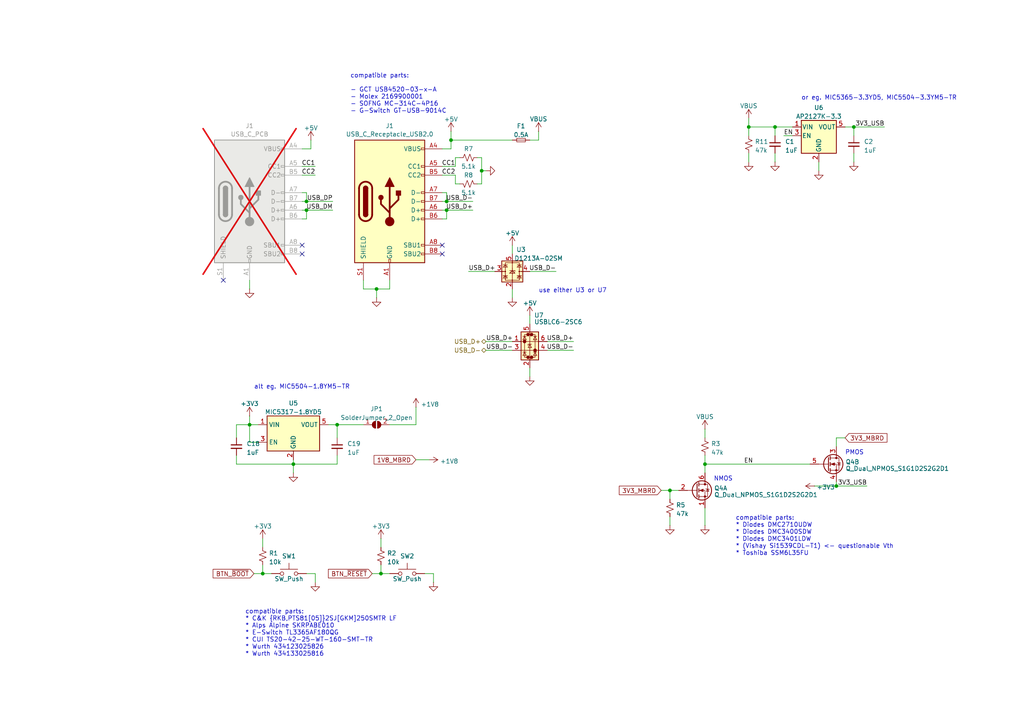
<source format=kicad_sch>
(kicad_sch (version 20231120) (generator "eeschema") (generator_version "8.0")
  (paper "A4")
  (lib_symbols
    (symbol "Connector:USB_C_Receptacle_USB2.0_16P" (pin_names (offset 1.016))
      (property "Reference" "J" (at 0 22.225 0))
      (property "Value" "USB_C_Receptacle_USB2.0_16P" (at 0 19.685 0))
      (symbol "USB_C_Receptacle_USB2.0_16P_0_0"
        (rectangle (start -0.254 -17.78) (end 0.254 -16.764))
        (rectangle (start 10.16 -14.986) (end 9.144 -15.494))
        (rectangle (start 10.16 -12.446) (end 9.144 -12.954))
        (rectangle (start 10.16 -4.826) (end 9.144 -5.334))
        (rectangle (start 10.16 -2.286) (end 9.144 -2.794))
        (rectangle (start 10.16 0.254) (end 9.144 -0.254))
        (rectangle (start 10.16 2.794) (end 9.144 2.286))
        (rectangle (start 10.16 7.874) (end 9.144 7.366))
        (rectangle (start 10.16 10.414) (end 9.144 9.906))
        (rectangle (start 10.16 15.494) (end 9.144 14.986))
      )
      (symbol "USB_C_Receptacle_USB2.0_16P_0_1"
        (rectangle (start -10.16 17.78) (end 10.16 -17.78) (stroke (width 0.254)) (fill (type background)))
        (arc (start -8.89 -3.81) (mid -6.985 -5.7067) (end -5.08 -3.81) (stroke (width 0.508)))
        (arc (start -7.62 -3.81) (mid -6.985 -4.4423) (end -6.35 -3.81) (stroke (width 0.254)))
        (arc (start -7.62 -3.81) (mid -6.985 -4.4423) (end -6.35 -3.81) (stroke (width 0.254)) (fill (type outline)))
        (rectangle (start -7.62 -3.81) (end -6.35 3.81) (stroke (width 0.254)) (fill (type outline)))
        (arc (start -6.35 3.81) (mid -6.985 4.4423) (end -7.62 3.81) (stroke (width 0.254)))
        (arc (start -6.35 3.81) (mid -6.985 4.4423) (end -7.62 3.81) (stroke (width 0.254)) (fill (type outline)))
        (arc (start -5.08 3.81) (mid -6.985 5.7067) (end -8.89 3.81) (stroke (width 0.508)))
        (circle (center -2.54 1.143) (radius 0.635) (stroke (width 0.254)) (fill (type outline)))
        (circle (center 0 -5.842) (radius 1.27) (fill (type outline)))
        (polyline (pts (xy -8.89 -3.81) (xy -8.89 3.81)) (stroke (width 0.508)))
        (polyline (pts (xy -5.08 3.81) (xy -5.08 -3.81)) (stroke (width 0.508)))
        (polyline (pts (xy 0 -5.842) (xy 0 4.318)) (stroke (width 0.508)))
        (polyline (pts (xy 0 -3.302) (xy -2.54 -0.762) (xy -2.54 0.508)) (stroke (width 0.508)))
        (polyline (pts (xy 0 -2.032) (xy 2.54 0.508) (xy 2.54 1.778)) (stroke (width 0.508)))
        (polyline (pts (xy -1.27 4.318) (xy 0 6.858) (xy 1.27 4.318) (xy -1.27 4.318)) (stroke (width 0.254)) (fill (type outline)))
        (rectangle (start 1.905 1.778) (end 3.175 3.048) (stroke (width 0.254)) (fill (type outline)))
      )
      (symbol "USB_C_Receptacle_USB2.0_16P_1_1"
        (pin passive line (at 0 -22.86 90) (length 5.08) (name "GND") (number "A1"))
        (pin passive line (at 0 -22.86 90) (length 5.08) hide (name "GND") (number "A12"))
        (pin passive line (at 15.24 15.24 180) (length 5.08) (name "VBUS") (number "A4"))
        (pin bidirectional line (at 15.24 10.16 180) (length 5.08) (name "CC1") (number "A5"))
        (pin bidirectional line (at 15.24 -2.54 180) (length 5.08) (name "D+") (number "A6"))
        (pin bidirectional line (at 15.24 2.54 180) (length 5.08) (name "D-") (number "A7"))
        (pin bidirectional line (at 15.24 -12.7 180) (length 5.08) (name "SBU1") (number "A8"))
        (pin passive line (at 15.24 15.24 180) (length 5.08) hide (name "VBUS") (number "A9"))
        (pin passive line (at 0 -22.86 90) (length 5.08) hide (name "GND") (number "B1"))
        (pin passive line (at 0 -22.86 90) (length 5.08) hide (name "GND") (number "B12"))
        (pin passive line (at 15.24 15.24 180) (length 5.08) hide (name "VBUS") (number "B4"))
        (pin bidirectional line (at 15.24 7.62 180) (length 5.08) (name "CC2") (number "B5"))
        (pin bidirectional line (at 15.24 -5.08 180) (length 5.08) (name "D+") (number "B6"))
        (pin bidirectional line (at 15.24 0 180) (length 5.08) (name "D-") (number "B7"))
        (pin bidirectional line (at 15.24 -15.24 180) (length 5.08) (name "SBU2") (number "B8"))
        (pin passive line (at 15.24 15.24 180) (length 5.08) hide (name "VBUS") (number "B9"))
        (pin passive line (at -7.62 -22.86 90) (length 5.08) (name "SHIELD") (number "S1"))
      )
    )
    (symbol "Device:C_Small" (pin_numbers hide) (pin_names (offset 0.254) hide)
      (property "Reference" "C" (at 0.254 1.778 0))
      (property "Value" "C_Small" (at 0.254 -2.032 0))
      (symbol "C_Small_0_1"
        (polyline (pts (xy -1.524 -0.508) (xy 1.524 -0.508)) (stroke (width 0.3302)))
        (polyline (pts (xy -1.524 0.508) (xy 1.524 0.508)) (stroke (width 0.3048)))
      )
      (symbol "C_Small_1_1"
        (pin passive line (at 0 2.54 270) (length 2.032) (name "~") (number "1"))
        (pin passive line (at 0 -2.54 90) (length 2.032) (name "~") (number "2"))
      )
    )
    (symbol "Device:Fuse_Small" (pin_numbers hide) (pin_names (offset 0.254) hide)
      (property "Reference" "F" (at 0 -1.524 0))
      (property "Value" "Fuse_Small" (at 0 1.524 0))
      (symbol "Fuse_Small_0_1"
        (rectangle (start -1.27 0.508) (end 1.27 -0.508))
        (polyline (pts (xy -1.27 0) (xy 1.27 0)))
      )
      (symbol "Fuse_Small_1_1"
        (pin passive line (at -2.54 0 0) (length 1.27) (name "~") (number "1"))
        (pin passive line (at 2.54 0 180) (length 1.27) (name "~") (number "2"))
      )
    )
    (symbol "Device:Q_Dual_NMOS_S1G1D2S2G2D1" (pin_names (offset 0) hide)
      (property "Reference" "Q" (at 6.35 1.27 0))
      (property "Value" "Q_Dual_NMOS_S1G1D2S2G2D1" (at 19.05 -1.27 0))
      (symbol "Q_Dual_NMOS_S1G1D2S2G2D1_0_1"
        (polyline (pts (xy 0.254 0) (xy -2.54 0)))
        (polyline (pts (xy 0.254 1.905) (xy 0.254 -1.905)) (stroke (width 0.254)))
        (polyline (pts (xy 0.762 -1.27) (xy 0.762 -2.286)) (stroke (width 0.254)))
        (polyline (pts (xy 0.762 0.508) (xy 0.762 -0.508)) (stroke (width 0.254)))
        (polyline (pts (xy 0.762 2.286) (xy 0.762 1.27)) (stroke (width 0.254)))
        (polyline (pts (xy 2.54 2.54) (xy 2.54 1.778)))
        (polyline (pts (xy 2.54 -2.54) (xy 2.54 0) (xy 0.762 0)))
        (polyline (pts (xy 0.762 -1.778) (xy 3.302 -1.778) (xy 3.302 1.778) (xy 0.762 1.778)))
        (polyline (pts (xy 1.016 0) (xy 2.032 0.381) (xy 2.032 -0.381) (xy 1.016 0)) (fill (type outline)))
        (polyline (pts (xy 2.794 0.508) (xy 2.921 0.381) (xy 3.683 0.381) (xy 3.81 0.254)))
        (polyline (pts (xy 3.302 0.381) (xy 2.921 -0.254) (xy 3.683 -0.254) (xy 3.302 0.381)))
        (circle (center 1.651 0) (radius 2.794) (stroke (width 0.254)))
        (circle (center 2.54 -1.778) (radius 0.254) (fill (type outline)))
        (circle (center 2.54 1.778) (radius 0.254) (fill (type outline)))
      )
      (symbol "Q_Dual_NMOS_S1G1D2S2G2D1_1_1"
        (pin passive line (at 2.54 -5.08 90) (length 2.54) (name "S") (number "1"))
        (pin input line (at -5.08 0 0) (length 2.54) (name "G") (number "2"))
        (pin passive line (at 2.54 5.08 270) (length 2.54) (name "D") (number "6"))
      )
      (symbol "Q_Dual_NMOS_S1G1D2S2G2D1_2_1"
        (pin passive line (at 2.54 5.08 270) (length 2.54) (name "D") (number "3"))
        (pin passive line (at 2.54 -5.08 90) (length 2.54) (name "S") (number "4"))
        (pin input line (at -5.08 0 0) (length 2.54) (name "G") (number "5"))
      )
    )
    (symbol "Device:R_Small_US" (pin_numbers hide) (pin_names (offset 0.254) hide)
      (property "Reference" "R" (at 0.762 0.508 0))
      (property "Value" "R_Small_US" (at 0.762 -1.016 0))
      (symbol "R_Small_US_1_1"
        (polyline (pts (xy 0 0) (xy 1.016 -0.381) (xy 0 -0.762) (xy -1.016 -1.143) (xy 0 -1.524)))
        (polyline (pts (xy 0 1.524) (xy 1.016 1.143) (xy 0 0.762) (xy -1.016 0.381) (xy 0 0)))
        (pin passive line (at 0 2.54 270) (length 1.016) (name "~") (number "1"))
        (pin passive line (at 0 -2.54 90) (length 1.016) (name "~") (number "2"))
      )
    )
    (symbol "Jumper:SolderJumper_2_Open" (pin_names (offset 0) hide)
      (property "Reference" "JP" (at 0 2.032 0))
      (property "Value" "SolderJumper_2_Open" (at 0 -2.54 0))
      (symbol "SolderJumper_2_Open_0_1"
        (arc (start -0.254 1.016) (mid -1.2656 0) (end -0.254 -1.016))
        (arc (start -0.254 1.016) (mid -1.2656 0) (end -0.254 -1.016) (fill (type outline)))
        (polyline (pts (xy -0.254 1.016) (xy -0.254 -1.016)))
        (polyline (pts (xy 0.254 1.016) (xy 0.254 -1.016)))
        (arc (start 0.254 -1.016) (mid 1.2656 0) (end 0.254 1.016))
        (arc (start 0.254 -1.016) (mid 1.2656 0) (end 0.254 1.016) (fill (type outline)))
      )
      (symbol "SolderJumper_2_Open_1_1"
        (pin passive line (at -3.81 0 0) (length 2.54) (name "A") (number "1"))
        (pin passive line (at 3.81 0 180) (length 2.54) (name "B") (number "2"))
      )
    )
    (symbol "Power_Protection:USBLC6-2SC6" (pin_names hide)
      (property "Reference" "U" (at 0.635 5.715 0))
      (property "Value" "USBLC6-2SC6" (at 0.635 3.81 0))
      (symbol "USBLC6-2SC6_0_0"
        (circle (center -1.524 0) (radius 0.0001) (stroke (width 0.508)))
        (circle (center -0.508 -4.572) (radius 0.0001) (stroke (width 0.508)))
        (circle (center -0.508 2.032) (radius 0.0001) (stroke (width 0.508)))
        (circle (center 0.508 -4.572) (radius 0.0001) (stroke (width 0.508)))
        (circle (center 0.508 2.032) (radius 0.0001) (stroke (width 0.508)))
        (circle (center 1.524 -2.54) (radius 0.0001) (stroke (width 0.508)))
      )
      (symbol "USBLC6-2SC6_0_1"
        (polyline (pts (xy -2.54 -2.54) (xy 2.54 -2.54)))
        (polyline (pts (xy -2.54 0) (xy 2.54 0)))
        (polyline (pts (xy -2.032 -3.048) (xy -1.016 -3.048)))
        (polyline (pts (xy -1.016 1.524) (xy -2.032 1.524)))
        (polyline (pts (xy 1.016 -3.048) (xy 2.032 -3.048)))
        (polyline (pts (xy 1.016 1.524) (xy 2.032 1.524)))
        (polyline (pts (xy -0.508 -1.143) (xy -0.508 -0.762) (xy 0.508 -0.762)))
        (polyline (pts (xy -2.032 0.508) (xy -1.016 0.508) (xy -1.524 1.524) (xy -2.032 0.508)))
        (polyline (pts (xy -1.016 -4.064) (xy -2.032 -4.064) (xy -1.524 -3.048) (xy -1.016 -4.064)))
        (polyline (pts (xy 0.508 -1.778) (xy -0.508 -1.778) (xy 0 -0.762) (xy 0.508 -1.778)))
        (polyline (pts (xy 2.032 -4.064) (xy 1.016 -4.064) (xy 1.524 -3.048) (xy 2.032 -4.064)))
        (polyline (pts (xy 2.032 0.508) (xy 1.016 0.508) (xy 1.524 1.524) (xy 2.032 0.508)))
        (polyline (pts (xy 0 2.54) (xy -0.508 2.032) (xy 0.508 2.032) (xy 0 1.524) (xy 0 -4.064) (xy -0.508 -4.572) (xy 0.508 -4.572) (xy 0 -5.08)))
      )
      (symbol "USBLC6-2SC6_1_1"
        (rectangle (start -2.54 2.794) (end 2.54 -5.334) (stroke (width 0.254)) (fill (type background)))
        (polyline (pts (xy -0.508 2.032) (xy -1.524 2.032) (xy -1.524 -4.572) (xy -0.508 -4.572)))
        (polyline (pts (xy 0.508 -4.572) (xy 1.524 -4.572) (xy 1.524 2.032) (xy 0.508 2.032)))
        (pin passive line (at -5.08 0 0) (length 2.54) (name "I/O1") (number "1"))
        (pin passive line (at 0 -7.62 90) (length 2.54) (name "GND") (number "2"))
        (pin passive line (at -5.08 -2.54 0) (length 2.54) (name "I/O2") (number "3"))
        (pin passive line (at 5.08 -2.54 180) (length 2.54) (name "I/O2") (number "4"))
        (pin passive line (at 0 5.08 270) (length 2.54) (name "VBUS") (number "5"))
        (pin passive line (at 5.08 0 180) (length 2.54) (name "I/O1") (number "6"))
      )
    )
    (symbol "Regulator_Linear:AP2127K-3.3" (pin_names (offset 0.254))
      (property "Reference" "U" (at -5.08 5.715 0))
      (property "Value" "AP2127K-3.3" (at 0 5.715 0))
      (symbol "AP2127K-3.3_0_1"
        (rectangle (start -5.08 4.445) (end 5.08 -5.08) (stroke (width 0.254)) (fill (type background)))
      )
      (symbol "AP2127K-3.3_1_1"
        (pin power_in line (at -7.62 2.54 0) (length 2.54) (name "VIN") (number "1"))
        (pin power_in line (at 0 -7.62 90) (length 2.54) (name "GND") (number "2"))
        (pin input line (at -7.62 0 0) (length 2.54) (name "EN") (number "3"))
        (pin no_connect line (at 5.08 0 180) (length 2.54) hide (name "NC") (number "4"))
        (pin power_out line (at 7.62 2.54 180) (length 2.54) (name "VOUT") (number "5"))
      )
    )
    (symbol "Regulator_Linear:MIC5365-3.3YD5"
      (property "Reference" "U" (at -7.62 6.35 0))
      (property "Value" "MIC5365-3.3YD5" (at 0 6.35 0))
      (symbol "MIC5365-3.3YD5_0_1"
        (rectangle (start -7.62 -5.08) (end 7.62 5.08) (stroke (width 0.254)) (fill (type background)))
      )
      (symbol "MIC5365-3.3YD5_1_1"
        (pin power_in line (at -10.16 2.54 0) (length 2.54) (name "VIN") (number "1"))
        (pin power_in line (at 0 -7.62 90) (length 2.54) (name "GND") (number "2"))
        (pin input line (at -10.16 -2.54 0) (length 2.54) (name "EN") (number "3"))
        (pin no_connect line (at 7.62 -2.54 180) (length 2.54) hide (name "NC") (number "4"))
        (pin power_out line (at 10.16 2.54 180) (length 2.54) (name "VOUT") (number "5"))
      )
    )
    (symbol "Switch:SW_Push" (pin_numbers hide) (pin_names (offset 1.016) hide)
      (property "Reference" "SW" (at 1.27 2.54 0))
      (property "Value" "SW_Push" (at 0 -1.524 0))
      (symbol "SW_Push_0_1"
        (circle (center -2.032 0) (radius 0.508))
        (polyline (pts (xy 0 1.27) (xy 0 3.048)))
        (polyline (pts (xy 2.54 1.27) (xy -2.54 1.27)))
        (circle (center 2.032 0) (radius 0.508))
        (pin passive line (at -5.08 0 0) (length 2.54) (name "1") (number "1"))
        (pin passive line (at 5.08 0 180) (length 2.54) (name "2") (number "2"))
      )
    )
    (symbol "dsi:D1213A-02SM"
      (property "Reference" "U" (at 0 0 0))
      (property "Value" "D1213A-02SM" (at 0 0 0))
      (symbol "D1213A-02SM_0_1"
        (rectangle (start -3.048 3.048) (end 3.048 -3.048) (stroke (width 0.254)) (fill (type background)))
        (circle (center -2.032 0) (radius 0.127))
        (circle (center -2.032 0) (radius 0.127))
        (circle (center 0 -2.54) (radius 0.127))
        (polyline (pts (xy -2.667 -1.27) (xy -1.397 -1.27)))
        (polyline (pts (xy -2.667 -1.27) (xy -1.397 -1.27)))
        (polyline (pts (xy -2.667 1.905) (xy -1.397 1.905)))
        (polyline (pts (xy -2.54 0) (xy -2.032 0)))
        (polyline (pts (xy -2.032 -2.54) (xy -2.032 -0.635)))
        (polyline (pts (xy -2.032 -2.54) (xy -2.032 -0.635)))
        (polyline (pts (xy -2.032 0.635) (xy -2.032 -0.635)))
        (polyline (pts (xy -2.032 0.635) (xy -2.032 2.54)))
        (polyline (pts (xy -2.032 2.54) (xy 2.032 2.54)))
        (polyline (pts (xy -0.762 0.254) (xy 0.762 0.254)))
        (polyline (pts (xy 0 -0.889) (xy 0 -2.54)))
        (polyline (pts (xy 0 -0.889) (xy 0 1.016)))
        (polyline (pts (xy 0 -0.889) (xy 0 1.016)))
        (polyline (pts (xy 0 1.016) (xy 0 3.81)))
        (polyline (pts (xy 0.762 0) (xy 0.762 0.254)))
        (polyline (pts (xy 1.397 -1.27) (xy 2.667 -1.27)))
        (polyline (pts (xy 1.397 -1.27) (xy 2.667 -1.27)))
        (polyline (pts (xy 1.397 1.905) (xy 2.667 1.905)))
        (polyline (pts (xy 2.032 -2.54) (xy -2.032 -2.54)))
        (polyline (pts (xy 2.032 -2.54) (xy 2.032 -0.635)))
        (polyline (pts (xy 2.032 -2.54) (xy 2.032 -0.635)))
        (polyline (pts (xy 2.032 0) (xy 2.54 0)))
        (polyline (pts (xy 2.032 0.635) (xy 2.032 -0.635)))
        (polyline (pts (xy 2.032 0.635) (xy 2.032 2.54)))
        (polyline (pts (xy -2.667 -1.905) (xy -1.397 -1.905) (xy -2.032 -1.27) (xy -2.667 -1.905)))
        (polyline (pts (xy -2.667 1.27) (xy -1.397 1.27) (xy -2.032 1.905) (xy -2.667 1.27)))
        (polyline (pts (xy -0.762 -0.508) (xy 0.762 -0.508) (xy 0 0.254) (xy -0.762 -0.508)))
        (polyline (pts (xy -0.762 -0.508) (xy 0.762 -0.508) (xy 0 0.254) (xy -0.762 -0.508)))
        (polyline (pts (xy 1.397 -1.905) (xy 2.667 -1.905) (xy 2.032 -1.27) (xy 1.397 -1.905)))
        (polyline (pts (xy 1.397 1.27) (xy 2.667 1.27) (xy 2.032 1.905) (xy 1.397 1.27)))
        (circle (center 0 2.54) (radius 0.127))
        (circle (center 2.032 0) (radius 0.127))
        (circle (center 2.032 0) (radius 0.127))
      )
      (symbol "D1213A-02SM_1_1"
        (pin no_connect line (at 0 -2.54 90) (length 2.54) hide (name "~") (number "1"))
        (pin passive line (at 0 -5.08 90) (length 2.54) (name "~") (number "2"))
        (pin passive line (at -5.08 0 0) (length 2.54) (name "~") (number "3"))
        (pin passive line (at 5.08 0 180) (length 2.54) (name "~") (number "4"))
        (pin passive line (at 0 5.08 270) (length 2.54) (name "~") (number "5"))
      )
    )
    (symbol "power:+1V8" (power) (pin_numbers hide) (pin_names (offset 0) hide)
      (property "Value" "+1V8" (at 0 3.556 0))
      (symbol "+1V8_0_1"
        (polyline (pts (xy -0.762 1.27) (xy 0 2.54)))
        (polyline (pts (xy 0 0) (xy 0 2.54)))
        (polyline (pts (xy 0 2.54) (xy 0.762 1.27)))
      )
      (symbol "+1V8_1_1"
        (pin power_in line (at 0 0 90) (length 0) (name "~") (number "1"))
      )
    )
    (symbol "power:+3V3" (power) (pin_numbers hide) (pin_names (offset 0) hide)
      (property "Value" "+3V3" (at 0 3.556 0))
      (symbol "+3V3_0_1"
        (polyline (pts (xy -0.762 1.27) (xy 0 2.54)))
        (polyline (pts (xy 0 0) (xy 0 2.54)))
        (polyline (pts (xy 0 2.54) (xy 0.762 1.27)))
      )
      (symbol "+3V3_1_1"
        (pin power_in line (at 0 0 90) (length 0) (name "~") (number "1"))
      )
    )
    (symbol "power:+5V" (power) (pin_numbers hide) (pin_names (offset 0) hide)
      (property "Value" "+5V" (at 0 3.556 0))
      (symbol "+5V_0_1"
        (polyline (pts (xy -0.762 1.27) (xy 0 2.54)))
        (polyline (pts (xy 0 0) (xy 0 2.54)))
        (polyline (pts (xy 0 2.54) (xy 0.762 1.27)))
      )
      (symbol "+5V_1_1"
        (pin power_in line (at 0 0 90) (length 0) (name "~") (number "1"))
      )
    )
    (symbol "power:GND" (power) (pin_numbers hide) (pin_names (offset 0) hide)
      (property "Value" "GND" (at 0 -3.81 0))
      (symbol "GND_0_1"
        (polyline (pts (xy 0 0) (xy 0 -1.27) (xy 1.27 -1.27) (xy 0 -2.54) (xy -1.27 -1.27) (xy 0 -1.27)))
      )
      (symbol "GND_1_1"
        (pin power_in line (at 0 0 270) (length 0) (name "~") (number "1"))
      )
    )
    (symbol "power:VBUS" (power) (pin_numbers hide) (pin_names (offset 0) hide)
      (property "Value" "VBUS" (at 0 3.556 0))
      (symbol "VBUS_0_1"
        (polyline (pts (xy -0.762 1.27) (xy 0 2.54)))
        (polyline (pts (xy 0 0) (xy 0 2.54)))
        (polyline (pts (xy 0 2.54) (xy 0.762 1.27)))
      )
      (symbol "VBUS_1_1"
        (pin power_in line (at 0 0 90) (length 0) (name "~") (number "1"))
      )
    )
  )
  (junction (at 76.2 166.37))
  (junction (at 97.79 123.19))
  (junction (at 247.65 36.83))
  (junction (at 109.22 83.82))
  (junction (at 224.79 36.83))
  (junction (at 85.09 134.62))
  (junction (at 217.17 36.83))
  (junction (at 88.9 60.96))
  (junction (at 129.54 58.42))
  (junction (at 194.31 142.24))
  (junction (at 88.9 58.42))
  (junction (at 204.47 134.62))
  (junction (at 110.49 166.37))
  (junction (at 130.81 40.64))
  (junction (at 129.54 60.96))
  (junction (at 139.7 49.53))
  (junction (at 242.57 140.97))
  (junction (at 72.39 123.19))
  (no_connect (at 87.63 71.12))
  (no_connect (at 87.63 73.66))
  (no_connect (at 128.27 73.66))
  (no_connect (at 64.77 81.28))
  (no_connect (at 128.27 71.12))
  (wire (pts (xy 194.31 149.86) (xy 194.31 152.4)))
  (wire (pts (xy 237.49 46.99) (xy 237.49 49.53)))
  (wire (pts (xy 105.41 83.82) (xy 109.22 83.82)))
  (wire (pts (xy 217.17 36.83) (xy 224.79 36.83)))
  (wire (pts (xy 194.31 142.24) (xy 194.31 144.78)))
  (wire (pts (xy 217.17 44.45) (xy 217.17 46.99)))
  (wire (pts (xy 130.81 38.1) (xy 130.81 40.64)))
  (wire (pts (xy 133.35 53.34) (xy 132.08 53.34)))
  (wire (pts (xy 78.74 166.37) (xy 76.2 166.37)))
  (wire (pts (xy 247.65 44.45) (xy 247.65 46.99)))
  (wire (pts (xy 72.39 120.65) (xy 72.39 123.19)))
  (wire (pts (xy 224.79 44.45) (xy 224.79 46.99)))
  (wire (pts (xy 227.33 39.37) (xy 229.87 39.37)))
  (wire (pts (xy 130.81 40.64) (xy 148.59 40.64)))
  (wire (pts (xy 129.54 58.42) (xy 137.16 58.42)))
  (wire (pts (xy 87.63 50.8) (xy 91.44 50.8)))
  (wire (pts (xy 110.49 156.21) (xy 110.49 158.75)))
  (wire (pts (xy 88.9 60.96) (xy 96.52 60.96)))
  (wire (pts (xy 76.2 163.83) (xy 76.2 166.37)))
  (wire (pts (xy 68.58 123.19) (xy 72.39 123.19)))
  (wire (pts (xy 88.9 63.5) (xy 88.9 60.96)))
  (wire (pts (xy 87.63 63.5) (xy 88.9 63.5)))
  (wire (pts (xy 217.17 36.83) (xy 217.17 34.29)))
  (wire (pts (xy 97.79 134.62) (xy 85.09 134.62)))
  (wire (pts (xy 128.27 63.5) (xy 129.54 63.5)))
  (wire (pts (xy 132.08 45.72) (xy 133.35 45.72)))
  (wire (pts (xy 156.21 40.64) (xy 156.21 38.1)))
  (wire (pts (xy 120.65 133.35) (xy 124.46 133.35)))
  (wire (pts (xy 72.39 83.82) (xy 72.39 81.28)))
  (wire (pts (xy 109.22 83.82) (xy 109.22 86.36)))
  (wire (pts (xy 139.7 49.53) (xy 139.7 53.34)))
  (wire (pts (xy 109.22 83.82) (xy 113.03 83.82)))
  (wire (pts (xy 242.57 140.97) (xy 251.46 140.97)))
  (wire (pts (xy 148.59 83.82) (xy 148.59 86.36)))
  (wire (pts (xy 76.2 156.21) (xy 76.2 158.75)))
  (wire (pts (xy 97.79 132.08) (xy 97.79 134.62)))
  (wire (pts (xy 245.11 36.83) (xy 247.65 36.83)))
  (wire (pts (xy 85.09 133.35) (xy 85.09 134.62)))
  (wire (pts (xy 236.22 140.97) (xy 242.57 140.97)))
  (wire (pts (xy 217.17 36.83) (xy 217.17 39.37)))
  (wire (pts (xy 107.95 166.37) (xy 110.49 166.37)))
  (wire (pts (xy 247.65 36.83) (xy 256.54 36.83)))
  (wire (pts (xy 128.27 58.42) (xy 129.54 58.42)))
  (wire (pts (xy 153.67 78.74) (xy 161.29 78.74)))
  (wire (pts (xy 85.09 134.62) (xy 85.09 137.16)))
  (wire (pts (xy 138.43 45.72) (xy 139.7 45.72)))
  (wire (pts (xy 87.63 43.18) (xy 90.17 43.18)))
  (wire (pts (xy 113.03 166.37) (xy 110.49 166.37)))
  (wire (pts (xy 139.7 45.72) (xy 139.7 49.53)))
  (wire (pts (xy 129.54 63.5) (xy 129.54 60.96)))
  (wire (pts (xy 97.79 123.19) (xy 97.79 127)))
  (wire (pts (xy 91.44 166.37) (xy 91.44 168.91)))
  (wire (pts (xy 247.65 36.83) (xy 247.65 39.37)))
  (wire (pts (xy 88.9 58.42) (xy 96.52 58.42)))
  (wire (pts (xy 138.43 53.34) (xy 139.7 53.34)))
  (wire (pts (xy 153.67 40.64) (xy 156.21 40.64)))
  (wire (pts (xy 73.66 166.37) (xy 76.2 166.37)))
  (wire (pts (xy 242.57 129.54) (xy 242.57 127)))
  (wire (pts (xy 68.58 134.62) (xy 85.09 134.62)))
  (wire (pts (xy 129.54 60.96) (xy 137.16 60.96)))
  (wire (pts (xy 194.31 142.24) (xy 191.77 142.24)))
  (wire (pts (xy 129.54 55.88) (xy 129.54 58.42)))
  (wire (pts (xy 128.27 60.96) (xy 129.54 60.96)))
  (wire (pts (xy 132.08 53.34) (xy 132.08 50.8)))
  (wire (pts (xy 72.39 123.19) (xy 72.39 128.27)))
  (wire (pts (xy 125.73 166.37) (xy 125.73 168.91)))
  (wire (pts (xy 140.97 101.6) (xy 148.59 101.6)))
  (wire (pts (xy 74.93 123.19) (xy 72.39 123.19)))
  (wire (pts (xy 204.47 124.46) (xy 204.47 127)))
  (wire (pts (xy 224.79 36.83) (xy 224.79 39.37)))
  (wire (pts (xy 87.63 55.88) (xy 88.9 55.88)))
  (wire (pts (xy 242.57 127) (xy 245.11 127)))
  (wire (pts (xy 110.49 163.83) (xy 110.49 166.37)))
  (wire (pts (xy 130.81 43.18) (xy 128.27 43.18)))
  (wire (pts (xy 204.47 134.62) (xy 234.95 134.62)))
  (wire (pts (xy 196.85 142.24) (xy 194.31 142.24)))
  (wire (pts (xy 140.97 49.53) (xy 139.7 49.53)))
  (wire (pts (xy 95.25 123.19) (xy 97.79 123.19)))
  (wire (pts (xy 68.58 127) (xy 68.58 123.19)))
  (wire (pts (xy 128.27 48.26) (xy 132.08 48.26)))
  (wire (pts (xy 140.97 99.06) (xy 148.59 99.06)))
  (wire (pts (xy 204.47 147.32) (xy 204.47 152.4)))
  (wire (pts (xy 242.57 139.7) (xy 242.57 140.97)))
  (wire (pts (xy 113.03 83.82) (xy 113.03 81.28)))
  (wire (pts (xy 87.63 60.96) (xy 88.9 60.96)))
  (wire (pts (xy 166.37 101.6) (xy 158.75 101.6)))
  (wire (pts (xy 130.81 40.64) (xy 130.81 43.18)))
  (wire (pts (xy 123.19 166.37) (xy 125.73 166.37)))
  (wire (pts (xy 153.67 106.68) (xy 153.67 109.22)))
  (wire (pts (xy 88.9 166.37) (xy 91.44 166.37)))
  (wire (pts (xy 74.93 128.27) (xy 72.39 128.27)))
  (wire (pts (xy 113.03 123.19) (xy 120.65 123.19)))
  (wire (pts (xy 204.47 132.08) (xy 204.47 134.62)))
  (wire (pts (xy 204.47 134.62) (xy 204.47 137.16)))
  (wire (pts (xy 87.63 58.42) (xy 88.9 58.42)))
  (wire (pts (xy 132.08 48.26) (xy 132.08 45.72)))
  (wire (pts (xy 87.63 48.26) (xy 91.44 48.26)))
  (wire (pts (xy 153.67 91.44) (xy 153.67 93.98)))
  (wire (pts (xy 148.59 71.12) (xy 148.59 73.66)))
  (wire (pts (xy 120.65 123.19) (xy 120.65 118.11)))
  (wire (pts (xy 97.79 123.19) (xy 105.41 123.19)))
  (wire (pts (xy 88.9 55.88) (xy 88.9 58.42)))
  (wire (pts (xy 128.27 55.88) (xy 129.54 55.88)))
  (wire (pts (xy 128.27 50.8) (xy 132.08 50.8)))
  (wire (pts (xy 68.58 132.08) (xy 68.58 134.62)))
  (wire (pts (xy 90.17 40.64) (xy 90.17 43.18)))
  (wire (pts (xy 224.79 36.83) (xy 229.87 36.83)))
  (wire (pts (xy 105.41 83.82) (xy 105.41 81.28)))
  (wire (pts (xy 166.37 99.06) (xy 158.75 99.06)))
  (wire (pts (xy 135.89 78.74) (xy 143.51 78.74)))
  (text "NMOS" (at 207.01 139.7 0) (effects (font (size 1.27 1.27)) (justify left bottom)))
  (text "compatible parts:\n\n- GCT USB4520-03-x-A\n- Molex 2169900001\n- SOFNG MC-314C-4P16\n- G-Switch GT-USB-9014C" (at 101.6 33.02 0) (effects (font (size 1.27 1.27)) (justify left bottom)))
  (text "or eg. MIC5365-3.3YD5, MIC5504-3.3YM5-TR" (at 232.41 29.21 0) (effects (font (size 1.27 1.27)) (justify left bottom)))
  (text "compatible parts:\n\nType-C-31-M-12 from Korean Hroparts Elec @ LCSC\nUSB4105-GF-A from GCT @ Digikey\nCU3216SASDLR010-NH from Civlux @ Digikey\n\n" (at 102.87 -1.27 0) (effects (font (size 1.27 1.27)) (justify left bottom)))
  (text "PMOS" (at 245.11 132.08 0) (effects (font (size 1.27 1.27)) (justify left bottom)))
  (text "use either U3 or U7" (at 156.21 85.09 0) (effects (font (size 1.27 1.27)) (justify left bottom)))
  (text "compatible parts:\n* Diodes DMC2710UDW\n* Diodes DMC3400SDW\n* Diodes DMC3401LDW\n* (Vishay Si1539CDL-T1) <- questionable Vth\n* Toshiba SSM6L35FU" (at 213.36 161.29 0) (effects (font (size 1.27 1.27)) (justify left bottom)))
  (text "compatible parts:\n* C&K {RKB,PTS81[05]}2SJ[GKM]250SMTR LF\n* Alps Alpine SKRPABE010\n* E-Switch TL3365AF180QG\n* CUI TS20-42-25-WT-160-SMT-TR\n* Wurth 434123025826\n* Wurth 434133025816" (at 71.12 190.5 0) (effects (font (size 1.27 1.27)) (justify left bottom)))
  (text "alt eg. MIC5504-1.8YM5-TR" (at 73.66 113.03 0) (effects (font (size 1.27 1.27)) (justify left bottom)))
  (label "3V3_USB" (at 251.46 140.97 180))
  (label "USB_D+" (at 140.97 99.06 0))
  (label "USB_D-" (at 166.37 101.6 180))
  (label "USB_DM" (at 96.52 60.96 180))
  (label "3V3_USB" (at 256.54 36.83 180))
  (label "USB_D+" (at 135.89 78.74 0))
  (label "USB_DP" (at 96.52 58.42 180))
  (label "CC1" (at 132.08 48.26 180))
  (label "USB_D+" (at 166.37 99.06 180))
  (label "USB_D+" (at 137.16 60.96 180))
  (label "USB_D-" (at 137.16 58.42 180))
  (label "EN" (at 218.44 134.62 180))
  (label "USB_D-" (at 140.97 101.6 0))
  (label "CC2" (at 91.44 50.8 180))
  (label "USB_D-" (at 161.29 78.74 180))
  (label "CC2" (at 132.08 50.8 180))
  (label "EN" (at 227.33 39.37 0))
  (label "CC1" (at 91.44 48.26 180))
  (global_label "3V3_MBRD" (shape input) (at 245.11 127 0) (property "Intersheetrefs" "${INTERSHEET_REFS}" (effects (hide yes))))
  (global_label "BTN_~{BOOT}" (shape input) (at 73.66 166.37 180) (property "Intersheetrefs" "${INTERSHEET_REFS}" (effects (hide yes))))
  (global_label "BTN_~{RESET}" (shape input) (at 107.95 166.37 180) (property "Intersheetrefs" "${INTERSHEET_REFS}" (effects (hide yes))))
  (global_label "3V3_MBRD" (shape input) (at 191.77 142.24 180) (property "Intersheetrefs" "${INTERSHEET_REFS}" (effects (hide yes))))
  (global_label "1V8_MBRD" (shape input) (at 120.65 133.35 180) (property "Intersheetrefs" "${INTERSHEET_REFS}" (effects (hide yes))))
  (hierarchical_label "USB_D+" (shape bidirectional) (at 140.97 99.06 180))
  (hierarchical_label "USB_D-" (shape bidirectional) (at 140.97 101.6 180))
  (symbol (lib_id "Device:R_Small_US") (at 76.2 161.29 0) (unit 1)
    (property "Reference" "R1" (at 77.978 160.4553 0) (effects (justify left)))
    (property "Value" "10k" (at 77.978 162.9922 0) (effects (justify left)))
    (property "Footprint" "Resistor_SMD:R_0402_1005Metric" (effects (hide yes)))
    (property "LCSC" "C25744" (effects (hide yes)))
    (property "Farnell" "2787800" (effects (hide yes)))
    (property "Mouser" "279-CRG0402J10K/10" (effects (hide yes)))
  )
  (symbol (lib_id "Device:Q_Dual_NMOS_S1G1D2S2G2D1") (at 240.03 134.62 0) (unit 2)
    (property "Reference" "Q4" (at 245.237 133.9763 0) (effects (justify left)))
    (property "Value" "Q_Dual_NPMOS_S1G1D2S2G2D1" (at 245.237 135.8973 0) (effects (justify left)))
    (property "Footprint" "Package_TO_SOT_SMD:SOT-363_SC-70-6" (effects (hide yes)))
    (property "LCSC" "C155499" (effects (hide yes)))
    (property "Farnell" "3828400" (effects (hide yes)))
    (property "Mouser" "621-DMC3400SDW-13" (effects (hide yes)))
  )
  (symbol (lib_id "Switch:SW_Push") (at 83.82 166.37 0) (unit 1)
    (property "Reference" "SW1" (at 83.82 161.29 0))
    (property "Value" "SW_Push" (at 83.82 167.894 0))
    (property "Footprint" "Button_Switch_SMD:SW_Push_1P1T_NO_Vertical_Wuerth_434133025816" (effects (hide yes)))
    (property "LCSC" "C2689510" (effects (hide yes)))
    (property "Farnell" "3703693" (effects (hide yes)))
    (property "Mouser" "611-RKB2SJM250SMTRLF" (effects (hide yes)))
  )
  (symbol (lib_id "power:+1V8") (at 124.46 133.35 270) (mirror x) (unit 1)
    (property "Reference" "#PWR010" (effects (hide yes)))
    (property "Value" "+1V8" (at 127.635 133.7838 90) (effects (justify left)))
  )
  (symbol (lib_id "Device:C_Small") (at 247.65 41.91 0) (unit 1)
    (property "Reference" "C2" (at 250.571 41.0753 0) (effects (justify left)))
    (property "Value" "1uF" (at 250.571 43.6122 0) (effects (justify left)))
    (property "Footprint" "Capacitor_SMD:C_0402_1005Metric" (effects (hide yes)))
    (property "LCSC" "C12530" (effects (hide yes)))
    (property "Farnell" "3013332" (effects (hide yes)))
    (property "Mouser" "187-CL05A105KP5NNNC" (effects (hide yes)))
  )
  (symbol (lib_id "Device:R_Small_US") (at 135.89 53.34 90) (mirror x) (unit 1)
    (property "Reference" "R8" (at 135.89 50.8 90))
    (property "Value" "5.1k" (at 135.89 55.88 90))
    (property "Footprint" "Resistor_SMD:R_0402_1005Metric" (effects (hide yes)))
    (property "LCSC" "C25905" (effects (hide yes)))
    (property "Farnell" "2447201" (effects (hide yes)))
    (property "Mouser" "708-RMCF0402FT5K10" (effects (hide yes)))
    (instances (project "ice40lp1k-devboard" (path "" (reference "R8") (unit 1))) (project "wifi-interposer" (path "" (reference "R12") (unit 1))))
  )
  (symbol (lib_id "Jumper:SolderJumper_2_Open") (at 109.22 123.19 0) (unit 1) (in_bom no)
    (property "Reference" "JP1" (at 109.22 118.6012 0))
    (property "Value" "SolderJumper_2_Open" (at 109.22 121.1381 0))
    (property "Footprint" "Jumper:SolderJumper-2_P1.3mm_Open_RoundedPad1.0x1.5mm" (effects (hide yes)))
  )
  (symbol (lib_id "Connector:USB_C_Receptacle_USB2.0_16P") (at 113.03 58.42 0) (unit 1)
    (property "Reference" "J1" (at 113.03 36.4955 0))
    (property "Value" "USB_C_Receptacle_USB2.0" (at 113.03 38.9198 0))
    (property "Footprint" "footprints:USB_C_Receptacle_GCT_USB4510" (effects (hide yes)))
    (property "Datasheet" "https://www.usb.org/sites/default/files/documents/usb_type-c.zip" (effects (hide yes)))
    (property "Description" "USB 2.0-only 16P Type-C Receptacle connector" (effects (hide yes)))
    (property "LCSC" "C428463" (effects (hide yes)))
    (property "Farnell" "3819289" (effects (hide yes)))
    (property "Mouser" "640-USB4520031A" (effects (hide yes)))
    (instances (project "ice40lp1k-devboard" (path "" (reference "J1") (unit 1))) (project "wifi-interposer" (path "" (reference "J3") (unit 1))))
  )
  (symbol (lib_id "power:GND") (at 91.44 168.91 0) (mirror y) (unit 1)
    (property "Reference" "#PWR014" (effects (hide yes)))
    (property "Value" "GND" (effects (hide yes)))
  )
  (symbol (lib_id "power:GND") (at 125.73 168.91 0) (mirror y) (unit 1)
    (property "Reference" "#PWR012" (effects (hide yes)))
    (property "Value" "GND" (effects (hide yes)))
  )
  (symbol (lib_id "power:GND") (at 247.65 46.99 0) (mirror y) (unit 1)
    (property "Reference" "#PWR06" (effects (hide yes)))
    (property "Value" "GND" (effects (hide yes)))
  )
  (symbol (lib_id "power:+5V") (at 153.67 91.44 0) (unit 1)
    (property "Reference" "#PWR032" (effects (hide yes)))
    (property "Value" "+5V" (at 153.67 87.9381 0))
  )
  (symbol (lib_id "power:GND") (at 204.47 152.4 0) (mirror y) (unit 1)
    (property "Reference" "#PWR026" (effects (hide yes)))
    (property "Value" "GND" (effects (hide yes)))
  )
  (symbol (lib_id "power:GND") (at 148.59 86.36 0) (mirror y) (unit 1)
    (property "Reference" "#PWR025" (effects (hide yes)))
    (property "Value" "GND" (effects (hide yes)))
  )
  (symbol (lib_id "Device:R_Small_US") (at 204.47 129.54 0) (unit 1)
    (property "Reference" "R3" (at 206.248 128.7053 0) (effects (justify left)))
    (property "Value" "47k" (at 206.248 131.2422 0) (effects (justify left)))
    (property "Footprint" "Resistor_SMD:R_0402_1005Metric" (effects (hide yes)))
    (property "LCSC" "C25744" (effects (hide yes)))
    (property "Farnell" "4004532" (effects (hide yes)))
    (property "Mouser" "279-CRG0402J47K" (effects (hide yes)))
  )
  (symbol (lib_id "Device:Q_Dual_NMOS_S1G1D2S2G2D1") (at 201.93 142.24 0) (unit 1)
    (property "Reference" "Q4" (at 207.137 141.5963 0) (effects (justify left)))
    (property "Value" "Q_Dual_NPMOS_S1G1D2S2G2D1" (at 207.137 143.5173 0) (effects (justify left)))
    (property "Footprint" "Package_TO_SOT_SMD:SOT-363_SC-70-6" (effects (hide yes)))
    (property "LCSC" "C155499" (effects (hide yes)))
    (property "Farnell" "3828400" (effects (hide yes)))
    (property "Mouser" "621-DMC3400SDW-13" (effects (hide yes)))
  )
  (symbol (lib_id "power:+3V3") (at 76.2 156.21 0) (unit 1)
    (property "Reference" "#PWR011" (effects (hide yes)))
    (property "Value" "+3V3" (at 76.2 152.6342 0))
  )
  (symbol (lib_id "Device:Fuse_Small") (at 151.13 40.64 0) (unit 1)
    (property "Reference" "F1" (at 151.13 36.5592 0))
    (property "Value" "0.5A" (at 151.13 39.0961 0))
    (property "Footprint" "Fuse:Fuse_0603_1608Metric" (effects (hide yes)))
    (property "LCSC" "C163116" (effects (hide yes)))
    (property "Farnell" "2850001" (effects (hide yes)))
    (property "Mouser" "530-C2Q500" (effects (hide yes)))
  )
  (symbol (lib_id "Device:R_Small_US") (at 194.31 147.32 0) (unit 1)
    (property "Reference" "R5" (at 196.088 146.4853 0) (effects (justify left)))
    (property "Value" "47k" (at 196.088 149.0222 0) (effects (justify left)))
    (property "Footprint" "Resistor_SMD:R_0402_1005Metric" (effects (hide yes)))
    (property "LCSC" "C25792" (effects (hide yes)))
    (property "Farnell" "4004532" (effects (hide yes)))
    (property "Mouser" "279-CRG0402J47K" (effects (hide yes)))
  )
  (symbol (lib_id "power:VBUS") (at 217.17 34.29 0) (unit 1)
    (property "Reference" "#PWR03" (effects (hide yes)))
    (property "Value" "VBUS" (at 217.17 30.7142 0))
  )
  (symbol (lib_id "Device:R_Small_US") (at 135.89 45.72 90) (unit 1)
    (property "Reference" "R7" (at 135.89 43.18 90))
    (property "Value" "5.1k" (at 135.89 48.26 90))
    (property "Footprint" "Resistor_SMD:R_0402_1005Metric" (effects (hide yes)))
    (property "LCSC" "C25905" (effects (hide yes)))
    (property "Farnell" "2447201" (effects (hide yes)))
    (property "Mouser" "708-RMCF0402FT5K10" (effects (hide yes)))
    (instances (project "ice40lp1k-devboard" (path "" (reference "R7") (unit 1))) (project "wifi-interposer" (path "" (reference "R6") (unit 1))))
  )
  (symbol (lib_id "power:GND") (at 237.49 49.53 0) (mirror y) (unit 1)
    (property "Reference" "#PWR05" (effects (hide yes)))
    (property "Value" "GND" (effects (hide yes)))
  )
  (symbol (lib_id "power:+1V8") (at 120.65 118.11 0) (mirror y) (unit 1)
    (property "Reference" "#PWR09" (effects (hide yes)))
    (property "Value" "+1V8" (at 122.047 117.2738 0) (effects (justify right)))
  )
  (symbol (lib_id "Device:C_Small") (at 97.79 129.54 0) (unit 1)
    (property "Reference" "C19" (at 100.711 128.7053 0) (effects (justify left)))
    (property "Value" "1uF" (at 100.711 131.2422 0) (effects (justify left)))
    (property "Footprint" "Capacitor_SMD:C_0402_1005Metric" (effects (hide yes)))
    (property "LCSC" "C12530" (effects (hide yes)))
    (property "Farnell" "3013332" (effects (hide yes)))
    (property "Mouser" "187-CL05A105KP5NNNC" (effects (hide yes)))
  )
  (symbol (lib_id "Device:R_Small_US") (at 110.49 161.29 0) (unit 1)
    (property "Reference" "R2" (at 112.268 160.4553 0) (effects (justify left)))
    (property "Value" "10k" (at 112.268 162.9922 0) (effects (justify left)))
    (property "Footprint" "Resistor_SMD:R_0402_1005Metric" (effects (hide yes)))
    (property "LCSC" "C25744" (effects (hide yes)))
    (property "Farnell" "2787800" (effects (hide yes)))
    (property "Mouser" "279-CRG0402J10K/10" (effects (hide yes)))
  )
  (symbol (lib_id "Power_Protection:USBLC6-2SC6") (at 153.67 99.06 0) (unit 1)
    (property "Reference" "U7" (at 154.94 91.44 0) (effects (justify left)))
    (property "Value" "USBLC6-2SC6" (at 154.94 93.361 0) (effects (justify left)))
    (property "Footprint" "Package_TO_SOT_SMD:SOT-23-6" (effects (hide yes)))
    (property "Datasheet" "https://www.st.com/resource/en/datasheet/usblc6-2.pdf" (effects (hide yes)))
    (property "LCSC" "C2827654" (effects (hide yes)))
    (property "Farnell" "1269406" (effects (hide yes)))
    (property "Mouser" "511-USBLC6-2SC6" (effects (hide yes)))
  )
  (symbol (lib_id "power:GND") (at 85.09 137.16 0) (mirror y) (unit 1)
    (property "Reference" "#PWR08" (effects (hide yes)))
    (property "Value" "GND" (effects (hide yes)))
  )
  (symbol (lib_id "power:GND") (at 72.39 83.82 0) (unit 1)
    (property "Reference" "#PWR034" (effects (hide yes)))
    (property "Value" "GND" (effects (hide yes)))
  )
  (symbol (lib_id "power:GND") (at 140.97 49.53 90) (mirror x) (unit 1)
    (property "Reference" "#PWR029" (effects (hide yes)))
    (property "Value" "GND" (effects (hide yes)))
  )
  (symbol (lib_id "power:+5V") (at 130.81 38.1 0) (unit 1)
    (property "Reference" "#PWR031" (effects (hide yes)))
    (property "Value" "+5V" (at 130.81 34.5981 0))
  )
  (symbol (lib_id "power:+5V") (at 148.59 71.12 0) (unit 1)
    (property "Reference" "#PWR043" (effects (hide yes)))
    (property "Value" "+5V" (at 148.59 67.6181 0))
  )
  (symbol (lib_id "power:GND") (at 217.17 46.99 0) (mirror y) (unit 1)
    (property "Reference" "#PWR024" (effects (hide yes)))
    (property "Value" "GND" (effects (hide yes)))
  )
  (symbol (lib_id "dsi:D1213A-02SM") (at 148.59 78.74 0) (unit 1)
    (property "Reference" "U3" (at 151.13 72.39 0))
    (property "Value" "D1213A-02SM" (at 156.21 74.93 0))
    (property "Footprint" "Package_TO_SOT_SMD:SOT-23-5" (effects (hide yes)))
    (property "Datasheet" "https://www.diodes.com/assets/Datasheets/D1213A-02SM.pdf" (effects (hide yes)))
    (property "Description" "2 CHANNEL LOW CAPACITANCE TVS DIODE ARRAY" (effects (hide yes)))
    (property "Farnell" "3946109" (effects (hide yes)))
    (property "Mouser" "621-D1213A-02SM-7" (effects (hide yes)))
  )
  (symbol (lib_id "power:VBUS") (at 156.21 38.1 0) (unit 1)
    (property "Reference" "#PWR02" (effects (hide yes)))
    (property "Value" "VBUS" (at 156.21 34.5242 0))
  )
  (symbol (lib_id "power:+3V3") (at 110.49 156.21 0) (unit 1)
    (property "Reference" "#PWR013" (effects (hide yes)))
    (property "Value" "+3V3" (at 110.49 152.6342 0))
  )
  (symbol (lib_id "power:GND") (at 153.67 109.22 0) (mirror y) (unit 1)
    (property "Reference" "#PWR030" (effects (hide yes)))
    (property "Value" "GND" (effects (hide yes)))
  )
  (symbol (lib_id "power:GND") (at 194.31 152.4 0) (mirror y) (unit 1)
    (property "Reference" "#PWR016" (effects (hide yes)))
    (property "Value" "GND" (effects (hide yes)))
  )
  (symbol (lib_id "Connector:USB_C_Receptacle_USB2.0_16P") (at 72.39 58.42 0) (unit 1) (dnp yes)
    (property "Reference" "J1" (at 72.39 36.4955 0))
    (property "Value" "USB_C_PCB" (at 72.39 38.9198 0))
    (property "Footprint" "footprints:USB_C_PCB" (effects (hide yes)))
    (property "Datasheet" "https://www.usb.org/sites/default/files/documents/usb_type-c.zip" (effects (hide yes)))
    (property "Description" "USB 2.0-only 16P Type-C Receptacle connector" (effects (hide yes)))
    (instances (project "ice40lp1k-devboard" (path "" (reference "J1") (unit 1))) (project "wifi-interposer" (path "" (reference "J4") (unit 1))))
  )
  (symbol (lib_id "power:GND") (at 109.22 86.36 0) (unit 1)
    (property "Reference" "#PWR01" (effects (hide yes)))
    (property "Value" "GND" (effects (hide yes)))
  )
  (symbol (lib_id "Device:R_Small_US") (at 217.17 41.91 0) (unit 1)
    (property "Reference" "R11" (at 218.948 41.0753 0) (effects (justify left)))
    (property "Value" "47k" (at 218.948 43.6122 0) (effects (justify left)))
    (property "Footprint" "Resistor_SMD:R_0402_1005Metric" (effects (hide yes)))
    (property "LCSC" "C25792" (effects (hide yes)))
    (property "Farnell" "4004532" (effects (hide yes)))
    (property "Mouser" "279-CRG0402J47K" (effects (hide yes)))
  )
  (symbol (lib_id "Regulator_Linear:AP2127K-3.3") (at 237.49 39.37 0) (unit 1)
    (property "Reference" "U6" (at 237.49 31.2252 0))
    (property "Value" "AP2127K-3.3" (at 237.49 33.7621 0))
    (property "Footprint" "Package_TO_SOT_SMD:SOT-23-5" (effects (hide yes)))
    (property "Datasheet" "https://www.diodes.com/assets/Datasheets/AP2127.pdf" (effects (hide yes)))
    (property "LCSC" "C81233" (effects (hide yes)))
    (property "Farnell" "2510377" (effects (hide yes)))
    (property "Mouser" "998-MIC5504-3.3YM5TR" (effects (hide yes)))
  )
  (symbol (lib_id "Device:C_Small") (at 224.79 41.91 0) (unit 1)
    (property "Reference" "C1" (at 227.711 41.0753 0) (effects (justify left)))
    (property "Value" "1uF" (at 227.711 43.6122 0) (effects (justify left)))
    (property "Footprint" "Capacitor_SMD:C_0402_1005Metric" (effects (hide yes)))
    (property "LCSC" "C12530" (effects (hide yes)))
    (property "Farnell" "3013332" (effects (hide yes)))
    (property "Mouser" "187-CL05A105KP5NNNC" (effects (hide yes)))
  )
  (symbol (lib_id "Switch:SW_Push") (at 118.11 166.37 0) (unit 1)
    (property "Reference" "SW2" (at 118.11 161.29 0))
    (property "Value" "SW_Push" (at 118.11 167.894 0))
    (property "Footprint" "Button_Switch_SMD:SW_Push_1P1T_NO_Vertical_Wuerth_434133025816" (effects (hide yes)))
    (property "LCSC" "C2689510" (effects (hide yes)))
    (property "Farnell" "3703693" (effects (hide yes)))
    (property "Mouser" "611-RKB2SJM250SMTRLF" (effects (hide yes)))
  )
  (symbol (lib_id "power:+5V") (at 90.17 40.64 0) (unit 1)
    (property "Reference" "#PWR033" (effects (hide yes)))
    (property "Value" "+5V" (at 90.17 37.1381 0))
  )
  (symbol (lib_id "power:+3V3") (at 72.39 120.65 0) (unit 1)
    (property "Reference" "#PWR07" (effects (hide yes)))
    (property "Value" "+3V3" (at 72.39 117.0742 0))
  )
  (symbol (lib_id "Device:C_Small") (at 68.58 129.54 0) (unit 1)
    (property "Reference" "C18" (at 71.501 128.7053 0) (effects (justify left)))
    (property "Value" "1uF" (at 71.501 131.2422 0) (effects (justify left)))
    (property "Footprint" "Capacitor_SMD:C_0402_1005Metric" (effects (hide yes)))
    (property "LCSC" "C12530" (effects (hide yes)))
    (property "Farnell" "3013332" (effects (hide yes)))
    (property "Mouser" "187-CL05A105KP5NNNC" (effects (hide yes)))
  )
  (symbol (lib_id "Regulator_Linear:MIC5365-3.3YD5") (at 85.09 125.73 0) (unit 1)
    (property "Reference" "U5" (at 85.09 116.9502 0))
    (property "Value" "MIC5317-1.8YD5" (at 85.09 119.4871 0))
    (property "Footprint" "Package_TO_SOT_SMD:SOT-23-5" (effects (hide yes)))
    (property "Datasheet" "http://ww1.microchip.com/downloads/en/DeviceDoc/mic5365.pdf" (effects (hide yes)))
    (property "LCSC" "C236669" (effects (hide yes)))
    (property "Farnell" "2809977" (effects (hide yes)))
    (property "Mouser" "998-MIC5504-1.8YM5TR" (effects (hide yes)))
  )
  (symbol (lib_id "power:GND") (at 224.79 46.99 0) (mirror y) (unit 1)
    (property "Reference" "#PWR04" (effects (hide yes)))
    (property "Value" "GND" (effects (hide yes)))
  )
  (symbol (lib_id "power:+3V3") (at 236.22 140.97 90) (unit 1)
    (property "Reference" "#PWR017" (effects (hide yes)))
    (property "Value" "+3V3" (at 236.855 141.2868 90) (effects (justify right)))
  )
  (symbol (lib_id "power:VBUS") (at 204.47 124.46 0) (unit 1)
    (property "Reference" "#PWR027" (effects (hide yes)))
    (property "Value" "VBUS" (at 204.47 120.8842 0))
  )
)
</source>
